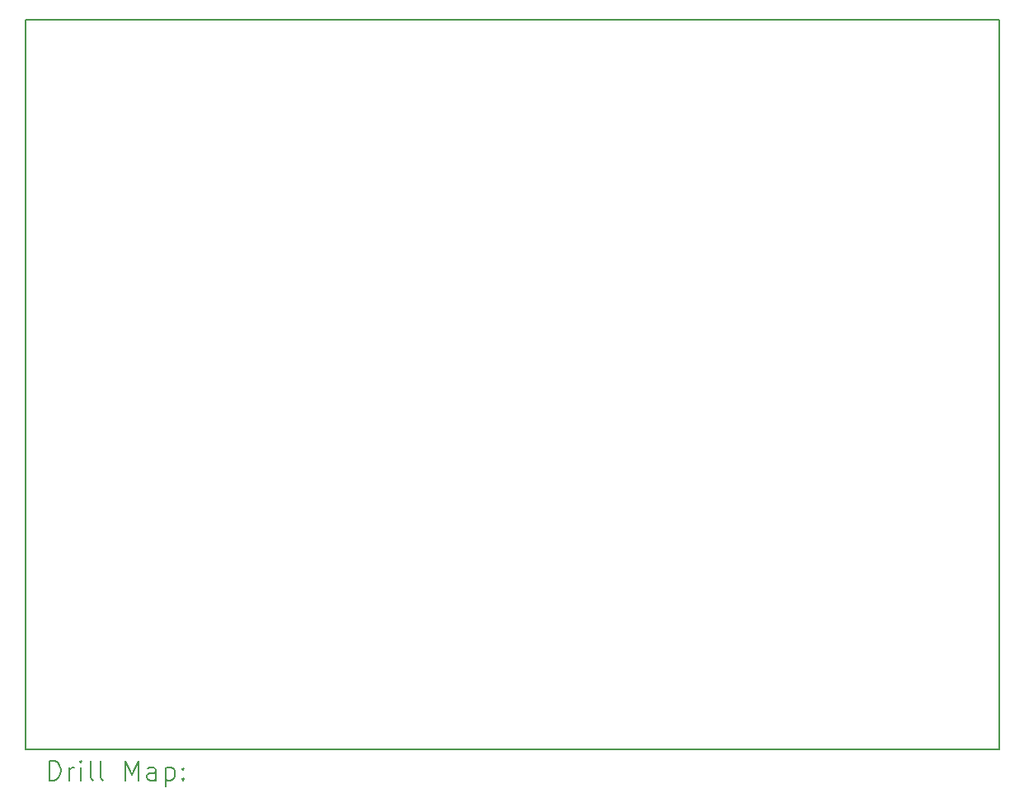
<source format=gbr>
%TF.GenerationSoftware,KiCad,Pcbnew,(6.0.11)*%
%TF.CreationDate,2023-02-17T23:10:36-08:00*%
%TF.ProjectId,badger,62616467-6572-42e6-9b69-6361645f7063,Original*%
%TF.SameCoordinates,Original*%
%TF.FileFunction,Drillmap*%
%TF.FilePolarity,Positive*%
%FSLAX45Y45*%
G04 Gerber Fmt 4.5, Leading zero omitted, Abs format (unit mm)*
G04 Created by KiCad (PCBNEW (6.0.11)) date 2023-02-17 23:10:36*
%MOMM*%
%LPD*%
G01*
G04 APERTURE LIST*
%ADD10C,0.200000*%
G04 APERTURE END LIST*
D10*
X12018000Y-5842000D02*
X22018000Y-5842000D01*
X22018000Y-5842000D02*
X22018000Y-13342000D01*
X22018000Y-13342000D02*
X12018000Y-13342000D01*
X12018000Y-13342000D02*
X12018000Y-5842000D01*
X12265619Y-13662476D02*
X12265619Y-13462476D01*
X12313238Y-13462476D01*
X12341809Y-13472000D01*
X12360857Y-13491048D01*
X12370381Y-13510095D01*
X12379905Y-13548190D01*
X12379905Y-13576762D01*
X12370381Y-13614857D01*
X12360857Y-13633905D01*
X12341809Y-13652952D01*
X12313238Y-13662476D01*
X12265619Y-13662476D01*
X12465619Y-13662476D02*
X12465619Y-13529143D01*
X12465619Y-13567238D02*
X12475143Y-13548190D01*
X12484667Y-13538667D01*
X12503714Y-13529143D01*
X12522762Y-13529143D01*
X12589428Y-13662476D02*
X12589428Y-13529143D01*
X12589428Y-13462476D02*
X12579905Y-13472000D01*
X12589428Y-13481524D01*
X12598952Y-13472000D01*
X12589428Y-13462476D01*
X12589428Y-13481524D01*
X12713238Y-13662476D02*
X12694190Y-13652952D01*
X12684667Y-13633905D01*
X12684667Y-13462476D01*
X12818000Y-13662476D02*
X12798952Y-13652952D01*
X12789428Y-13633905D01*
X12789428Y-13462476D01*
X13046571Y-13662476D02*
X13046571Y-13462476D01*
X13113238Y-13605333D01*
X13179905Y-13462476D01*
X13179905Y-13662476D01*
X13360857Y-13662476D02*
X13360857Y-13557714D01*
X13351333Y-13538667D01*
X13332286Y-13529143D01*
X13294190Y-13529143D01*
X13275143Y-13538667D01*
X13360857Y-13652952D02*
X13341809Y-13662476D01*
X13294190Y-13662476D01*
X13275143Y-13652952D01*
X13265619Y-13633905D01*
X13265619Y-13614857D01*
X13275143Y-13595809D01*
X13294190Y-13586286D01*
X13341809Y-13586286D01*
X13360857Y-13576762D01*
X13456095Y-13529143D02*
X13456095Y-13729143D01*
X13456095Y-13538667D02*
X13475143Y-13529143D01*
X13513238Y-13529143D01*
X13532286Y-13538667D01*
X13541809Y-13548190D01*
X13551333Y-13567238D01*
X13551333Y-13624381D01*
X13541809Y-13643428D01*
X13532286Y-13652952D01*
X13513238Y-13662476D01*
X13475143Y-13662476D01*
X13456095Y-13652952D01*
X13637048Y-13643428D02*
X13646571Y-13652952D01*
X13637048Y-13662476D01*
X13627524Y-13652952D01*
X13637048Y-13643428D01*
X13637048Y-13662476D01*
X13637048Y-13538667D02*
X13646571Y-13548190D01*
X13637048Y-13557714D01*
X13627524Y-13548190D01*
X13637048Y-13538667D01*
X13637048Y-13557714D01*
M02*

</source>
